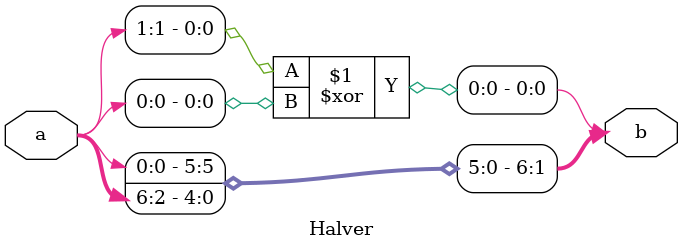
<source format=v>
module Halver(a, b);
	input [6:0] a;
	output [6:0] b;

	assign b[0] = a[1] ^ a[0];
	assign b[1] = a[2];
	assign b[2] = a[3];
	assign b[3] = a[4];
	assign b[4] = a[5];
	assign b[5] = a[6];
	assign b[6] = a[0];

endmodule 
</source>
